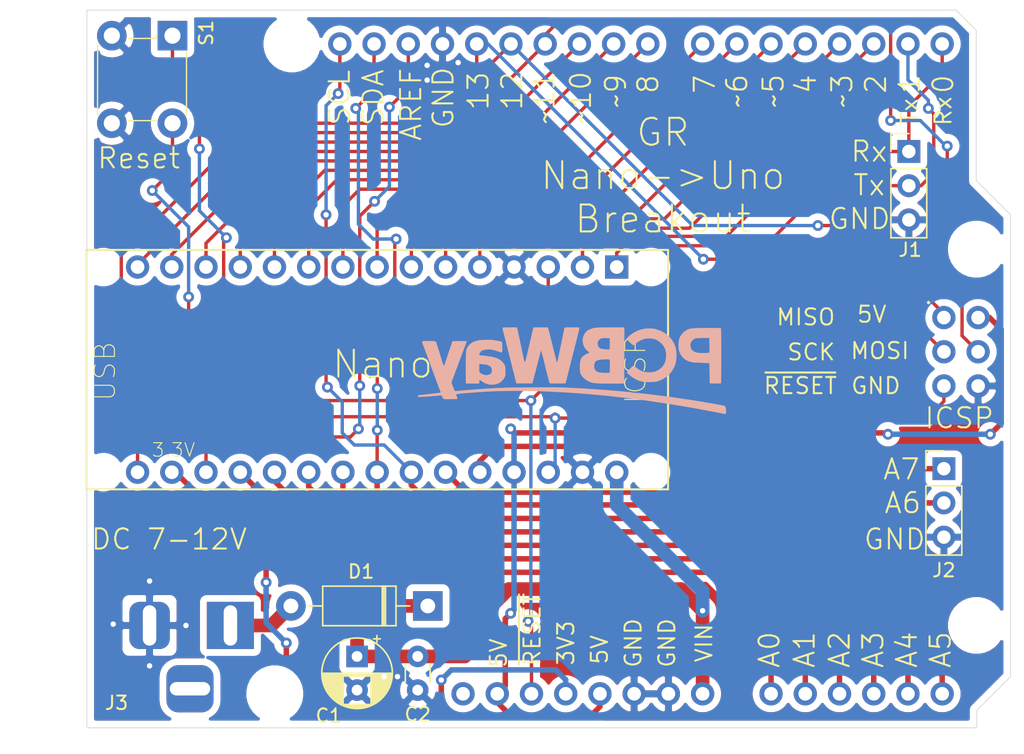
<source format=kicad_pcb>
(kicad_pcb (version 20171130) (host pcbnew "(5.1.2-1)-1")
  (layers (0 F.Cu signal) (31 B.Cu signal) (34 B.Paste user hide) (35 F.Paste user hide) (36 B.SilkS user) (37 F.SilkS user) (38 B.Mask user) (39 F.Mask user) (44 Edge.Cuts user))
  (net 0 "")
  (net 1 GNDREF)
  (net 2 "Net-(C1-Pad1)")
  (net 3 "Net-(D1-Pad2)")
  (net 4 "Net-(J3-Pad3)")
  (net 5 "Net-(M1-PadRST2)")
  (net 6 "Net-(M1-PadD11)")
  (net 7 "Net-(M1-PadD13)")
  (net 8 +5V)
  (net 9 "Net-(M1-PadA0)")
  (net 10 "Net-(M1-Pad3V3)")
  (net 11 "Net-(M1-PadRST1)")
  (net 12 "Net-(J1-Pad1)")
  (net 13 "Net-(J1-Pad2)")
  (net 14 "Net-(M1-PadD2)")
  (net 15 "Net-(M1-PadD3)")
  (net 16 "Net-(M1-PadD4)")
  (net 17 "Net-(M1-PadD5)")
  (net 18 "Net-(M1-PadD6)")
  (net 19 "Net-(M1-PadD7)")
  (net 20 "Net-(M1-PadD8)")
  (net 21 "Net-(M1-PadD9)")
  (net 22 "Net-(M1-PadD10)")
  (net 23 "Net-(M1-PadA5)")
  (net 24 "Net-(M1-PadA4)")
  (net 25 "Net-(M1-PadAREF)")
  (net 26 "Net-(M1-PadD12)")
  (net 27 "Net-(M1-PadA1)")
  (net 28 "Net-(M1-PadA2)")
  (net 29 "Net-(M1-PadA3)")
  (net 30 "Net-(J2-Pad1)")
  (net 31 "Net-(J2-Pad2)")
  (module Connector_BarrelJack:BarrelJack_Horizontal (layer F.Cu) (at 129.1 116.2)
    (fp_text reference J3 (at -8.45 5.75) (layer F.SilkS))
    (fp_text value PJ-102A)
    (pad 1 thru_hole rect (at 0 0) (size 3.5 3.5) (drill oval 1 3) (layers *.Cu *.Mask) (net 3 "Net-(D1-Pad2)"))
    (pad 2 thru_hole roundrect (at -6 0) (size 3 3.5) (drill oval 1 3) (layers *.Cu *.Mask) (net 1 GNDREF))
    (pad 3 thru_hole roundrect (at -3 4.7) (size 3.5 3.5) (drill oval 3 1) (layers *.Cu *.Mask) (net 4 "Net-(J3-Pad3)"))
  )
  (module Arduino:Arduino_Nano_Socket (layer F.Cu) (at 118.4 97.2 270)
    (fp_text reference M2 hide)
    (fp_text value Arduino_Nano_Socket)
    (fp_text user USB (at 0.127 -1.397 270) (layer F.SilkS) (effects (font (size 1.5 1.5) (thickness 0.075))))
    (fp_text user 3.3V (at 5.969 -6.477) (layer F.SilkS) (effects (font (thickness 0.075))))
    (fp_text user ICSP (at 0 -40.767 270) (layer F.SilkS) (effects (font (size 1.5 1.5) (thickness 0.075))))
    (pad VIN thru_hole circle (at 7.62 -39.37 270) (size 1.7272 1.7272) (drill 1.016) (layers *.Cu *.Mask) (net 2 "Net-(C1-Pad1)"))
    (pad GND2 thru_hole circle (at 7.62 -36.83 270) (size 1.7272 1.7272) (drill 1.016) (layers *.Cu *.Mask) (net 1 GNDREF))
    (pad RST2 thru_hole circle (at 7.62 -34.29 270) (size 1.7272 1.7272) (drill 1.016) (layers *.Cu *.Mask) (net 5 "Net-(M1-PadRST2)"))
    (pad 5V thru_hole circle (at 7.62 -31.75 270) (size 1.7272 1.7272) (drill 1.016) (layers *.Cu *.Mask) (net 8 +5V))
    (pad A7 thru_hole circle (at 7.62 -29.21 270) (size 1.7272 1.7272) (drill 1.016) (layers *.Cu *.Mask) (net 30 "Net-(J2-Pad1)"))
    (pad A6 thru_hole circle (at 7.62 -26.67 270) (size 1.7272 1.7272) (drill 1.016) (layers *.Cu *.Mask) (net 31 "Net-(J2-Pad2)"))
    (pad A5 thru_hole circle (at 7.62 -24.13 270) (size 1.7272 1.7272) (drill 1.016) (layers *.Cu *.Mask) (net 23 "Net-(M1-PadA5)"))
    (pad A4 thru_hole circle (at 7.62 -21.59 270) (size 1.7272 1.7272) (drill 1.016) (layers *.Cu *.Mask) (net 24 "Net-(M1-PadA4)"))
    (pad A3 thru_hole circle (at 7.62 -19.05 270) (size 1.7272 1.7272) (drill 1.016) (layers *.Cu *.Mask) (net 29 "Net-(M1-PadA3)"))
    (pad A2 thru_hole circle (at 7.62 -16.51 270) (size 1.7272 1.7272) (drill 1.016) (layers *.Cu *.Mask) (net 28 "Net-(M1-PadA2)"))
    (pad A1 thru_hole circle (at 7.62 -13.97 270) (size 1.7272 1.7272) (drill 1.016) (layers *.Cu *.Mask) (net 27 "Net-(M1-PadA1)"))
    (pad A0 thru_hole circle (at 7.62 -11.43 270) (size 1.7272 1.7272) (drill 1.016) (layers *.Cu *.Mask) (net 9 "Net-(M1-PadA0)"))
    (pad AREF thru_hole circle (at 7.62 -8.89 270) (size 1.7272 1.7272) (drill 1.016) (layers *.Cu *.Mask) (net 25 "Net-(M1-PadAREF)"))
    (pad 3V3 thru_hole circle (at 7.62 -6.35 270) (size 1.7272 1.7272) (drill 1.016) (layers *.Cu *.Mask) (net 10 "Net-(M1-Pad3V3)"))
    (pad D13 thru_hole circle (at 7.62 -3.81 270) (size 1.7272 1.7272) (drill 1.016) (layers *.Cu *.Mask) (net 7 "Net-(M1-PadD13)"))
    (pad D12 thru_hole circle (at -7.62 -3.81 270) (size 1.7272 1.7272) (drill 1.016) (layers *.Cu *.Mask) (net 26 "Net-(M1-PadD12)"))
    (pad D11 thru_hole circle (at -7.62 -6.35 270) (size 1.7272 1.7272) (drill 1.016) (layers *.Cu *.Mask) (net 6 "Net-(M1-PadD11)"))
    (pad D10 thru_hole circle (at -7.62 -8.89 270) (size 1.7272 1.7272) (drill 1.016) (layers *.Cu *.Mask) (net 22 "Net-(M1-PadD10)"))
    (pad D9 thru_hole circle (at -7.62 -11.43 270) (size 1.7272 1.7272) (drill 1.016) (layers *.Cu *.Mask) (net 21 "Net-(M1-PadD9)"))
    (pad D8 thru_hole circle (at -7.62 -13.97 270) (size 1.7272 1.7272) (drill 1.016) (layers *.Cu *.Mask) (net 20 "Net-(M1-PadD8)"))
    (pad D7 thru_hole circle (at -7.62 -16.51 270) (size 1.7272 1.7272) (drill 1.016) (layers *.Cu *.Mask) (net 19 "Net-(M1-PadD7)"))
    (pad D6 thru_hole circle (at -7.62 -19.05 270) (size 1.7272 1.7272) (drill 1.016) (layers *.Cu *.Mask) (net 18 "Net-(M1-PadD6)"))
    (pad D5 thru_hole circle (at -7.62 -21.59 270) (size 1.7272 1.7272) (drill 1.016) (layers *.Cu *.Mask) (net 17 "Net-(M1-PadD5)"))
    (pad D4 thru_hole circle (at -7.62 -24.13 270) (size 1.7272 1.7272) (drill 1.016) (layers *.Cu *.Mask) (net 16 "Net-(M1-PadD4)"))
    (pad D3 thru_hole circle (at -7.62 -26.67 270) (size 1.7272 1.7272) (drill 1.016) (layers *.Cu *.Mask) (net 15 "Net-(M1-PadD3)"))
    (pad D2 thru_hole circle (at -7.62 -29.21 270) (size 1.7272 1.7272) (drill 1.016) (layers *.Cu *.Mask) (net 14 "Net-(M1-PadD2)"))
    (pad GND1 thru_hole circle (at -7.62 -31.75 270) (size 1.7272 1.7272) (drill 1.016) (layers *.Cu *.Mask) (net 1 GNDREF))
    (pad RST1 thru_hole circle (at -7.62 -34.29 270) (size 1.7272 1.7272) (drill 1.016) (layers *.Cu *.Mask) (net 11 "Net-(M1-PadRST1)"))
    (pad D0 thru_hole circle (at -7.62 -36.83 270) (size 1.7272 1.7272) (drill 1.016) (layers *.Cu *.Mask) (net 12 "Net-(J1-Pad1)"))
    (pad D1 thru_hole rect (at -7.62 -39.37 270) (size 1.7272 1.7272) (drill 1.016) (layers *.Cu *.Mask) (net 13 "Net-(J1-Pad2)"))
    (pad "" np_thru_hole circle (at -7.62 -41.91 270) (size 1.85 1.85) (drill 1.85) (layers *.Cu *.Mask))
    (pad "" np_thru_hole circle (at 7.62 -41.91 270) (size 1.85 1.85) (drill 1.85) (layers *.Cu *.Mask))
    (pad "" np_thru_hole circle (at -7.62 -1.27 270) (size 1.85 1.85) (drill 1.85) (layers *.Cu *.Mask))
    (pad "" np_thru_hole circle (at 7.62 -1.27 270) (size 1.85 1.85) (drill 1.85) (layers *.Cu *.Mask))
  )
  (module "_Custom_Footprints:pcb way logo" (layer B.Cu) (at 154.45 97.95 180)
    (fp_text reference G*** hide)
    (fp_text value LOGO hide)
  )
  (module Arduino:Arduino_Uno_Shield (layer F.Cu) (at 118.425001 123.815001)
    (fp_text reference M1 hide)
    (fp_text value Arduino_Uno_Shield)
    (fp_text user . (at 62.484 -32.004) (layer F.SilkS))
    (pad RST2 thru_hole oval (at 63.627 -25.4) (size 1.7272 1.7272) (drill 1.016) (layers *.Cu *.Mask) (net 5 "Net-(M1-PadRST2)"))
    (pad GND4 thru_hole oval (at 66.167 -25.4) (size 1.7272 1.7272) (drill 1.016) (layers *.Cu *.Mask) (net 1 GNDREF))
    (pad MOSI thru_hole oval (at 66.167 -27.94) (size 1.7272 1.7272) (drill 1.016) (layers *.Cu *.Mask) (net 6 "Net-(M1-PadD11)"))
    (pad SCK thru_hole oval (at 63.627 -27.94) (size 1.7272 1.7272) (drill 1.016) (layers *.Cu *.Mask) (net 7 "Net-(M1-PadD13)"))
    (pad 5V2 thru_hole oval (at 66.167 -30.48) (size 1.7272 1.7272) (drill 1.016) (layers *.Cu *.Mask) (net 8 +5V))
    (pad A0 thru_hole oval (at 50.8 -2.54) (size 1.7272 1.7272) (drill 1.016) (layers *.Cu *.Mask) (net 9 "Net-(M1-PadA0)"))
    (pad VIN thru_hole oval (at 45.72 -2.54) (size 1.7272 1.7272) (drill 1.016) (layers *.Cu *.Mask) (net 2 "Net-(C1-Pad1)"))
    (pad GND3 thru_hole oval (at 43.18 -2.54) (size 1.7272 1.7272) (drill 1.016) (layers *.Cu *.Mask) (net 1 GNDREF))
    (pad GND2 thru_hole oval (at 40.64 -2.54) (size 1.7272 1.7272) (drill 1.016) (layers *.Cu *.Mask) (net 1 GNDREF))
    (pad 5V1 thru_hole oval (at 38.1 -2.54) (size 1.7272 1.7272) (drill 1.016) (layers *.Cu *.Mask) (net 8 +5V))
    (pad 3V3 thru_hole oval (at 35.56 -2.54) (size 1.7272 1.7272) (drill 1.016) (layers *.Cu *.Mask) (net 10 "Net-(M1-Pad3V3)"))
    (pad RST1 thru_hole oval (at 33.02 -2.54) (size 1.7272 1.7272) (drill 1.016) (layers *.Cu *.Mask) (net 11 "Net-(M1-PadRST1)"))
    (pad IORF thru_hole oval (at 30.48 -2.54) (size 1.7272 1.7272) (drill 1.016) (layers *.Cu *.Mask) (net 8 +5V))
    (pad D0 thru_hole oval (at 63.5 -50.8) (size 1.7272 1.7272) (drill 1.016) (layers *.Cu *.Mask) (net 12 "Net-(J1-Pad1)"))
    (pad D1 thru_hole oval (at 60.96 -50.8) (size 1.7272 1.7272) (drill 1.016) (layers *.Cu *.Mask) (net 13 "Net-(J1-Pad2)"))
    (pad D2 thru_hole oval (at 58.42 -50.8) (size 1.7272 1.7272) (drill 1.016) (layers *.Cu *.Mask) (net 14 "Net-(M1-PadD2)"))
    (pad D3 thru_hole oval (at 55.88 -50.8) (size 1.7272 1.7272) (drill 1.016) (layers *.Cu *.Mask) (net 15 "Net-(M1-PadD3)"))
    (pad D4 thru_hole oval (at 53.34 -50.8) (size 1.7272 1.7272) (drill 1.016) (layers *.Cu *.Mask) (net 16 "Net-(M1-PadD4)"))
    (pad D5 thru_hole oval (at 50.8 -50.8) (size 1.7272 1.7272) (drill 1.016) (layers *.Cu *.Mask) (net 17 "Net-(M1-PadD5)"))
    (pad D6 thru_hole oval (at 48.26 -50.8) (size 1.7272 1.7272) (drill 1.016) (layers *.Cu *.Mask) (net 18 "Net-(M1-PadD6)"))
    (pad D7 thru_hole oval (at 45.72 -50.8) (size 1.7272 1.7272) (drill 1.016) (layers *.Cu *.Mask) (net 19 "Net-(M1-PadD7)"))
    (pad GND1 thru_hole oval (at 26.416 -50.8) (size 1.7272 1.7272) (drill 1.016) (layers *.Cu *.Mask) (net 1 GNDREF))
    (pad D8 thru_hole oval (at 41.656 -50.8) (size 1.7272 1.7272) (drill 1.016) (layers *.Cu *.Mask) (net 20 "Net-(M1-PadD8)"))
    (pad D9 thru_hole oval (at 39.116 -50.8) (size 1.7272 1.7272) (drill 1.016) (layers *.Cu *.Mask) (net 21 "Net-(M1-PadD9)"))
    (pad D10 thru_hole oval (at 36.576 -50.8) (size 1.7272 1.7272) (drill 1.016) (layers *.Cu *.Mask) (net 22 "Net-(M1-PadD10)"))
    (pad "" np_thru_hole circle (at 66.04 -7.62) (size 3.2 3.2) (drill 3.2) (layers *.Cu *.Mask))
    (pad "" np_thru_hole circle (at 66.04 -35.56) (size 3.2 3.2) (drill 3.2) (layers *.Cu *.Mask))
    (pad "" np_thru_hole circle (at 15.24 -50.8) (size 3.2 3.2) (drill 3.2) (layers *.Cu *.Mask))
    (pad "" np_thru_hole circle (at 13.97 -2.54) (size 3.2 3.2) (drill 3.2) (layers *.Cu *.Mask))
    (pad SCL thru_hole oval (at 18.796 -50.8) (size 1.7272 1.7272) (drill 1.016) (layers *.Cu *.Mask) (net 23 "Net-(M1-PadA5)"))
    (pad SDA thru_hole oval (at 21.336 -50.8) (size 1.7272 1.7272) (drill 1.016) (layers *.Cu *.Mask) (net 24 "Net-(M1-PadA4)"))
    (pad AREF thru_hole oval (at 23.876 -50.8) (size 1.7272 1.7272) (drill 1.016) (layers *.Cu *.Mask) (net 25 "Net-(M1-PadAREF)"))
    (pad D13 thru_hole oval (at 28.956 -50.8) (size 1.7272 1.7272) (drill 1.016) (layers *.Cu *.Mask) (net 7 "Net-(M1-PadD13)"))
    (pad D12 thru_hole oval (at 31.496 -50.8) (size 1.7272 1.7272) (drill 1.016) (layers *.Cu *.Mask) (net 26 "Net-(M1-PadD12)"))
    (pad D11 thru_hole oval (at 34.036 -50.8) (size 1.7272 1.7272) (drill 1.016) (layers *.Cu *.Mask) (net 6 "Net-(M1-PadD11)"))
    (pad "" thru_hole oval (at 27.94 -2.54) (size 1.7272 1.7272) (drill 1.016) (layers *.Cu *.Mask))
    (pad A1 thru_hole oval (at 53.34 -2.54) (size 1.7272 1.7272) (drill 1.016) (layers *.Cu *.Mask) (net 27 "Net-(M1-PadA1)"))
    (pad A2 thru_hole oval (at 55.88 -2.54) (size 1.7272 1.7272) (drill 1.016) (layers *.Cu *.Mask) (net 28 "Net-(M1-PadA2)"))
    (pad A3 thru_hole oval (at 58.42 -2.54) (size 1.7272 1.7272) (drill 1.016) (layers *.Cu *.Mask) (net 29 "Net-(M1-PadA3)"))
    (pad A4 thru_hole oval (at 60.96 -2.54) (size 1.7272 1.7272) (drill 1.016) (layers *.Cu *.Mask) (net 24 "Net-(M1-PadA4)"))
    (pad A5 thru_hole oval (at 63.5 -2.54) (size 1.7272 1.7272) (drill 1.016) (layers *.Cu *.Mask) (net 23 "Net-(M1-PadA5)"))
    (pad MISO thru_hole oval (at 63.627 -30.48) (size 1.7272 1.7272) (drill 1.016) (layers *.Cu *.Mask) (net 26 "Net-(M1-PadD12)"))
  )
  (module Capacitor_THT:CP_Radial_D5.0mm_P2.50mm (layer F.Cu) (at 138.5 118.5 270)
    (fp_text reference C1 (at 4.4 2.1 180) (layer F.SilkS))
    (fp_text value 4.7uF)
    (pad 1 thru_hole rect (at 0 0 270) (size 1.6 1.6) (drill 0.8) (layers *.Cu *.Mask) (net 2 "Net-(C1-Pad1)"))
    (pad 2 thru_hole circle (at 2.5 0 270) (size 1.6 1.6) (drill 0.8) (layers *.Cu *.Mask) (net 1 GNDREF))
  )
  (module Capacitor_THT:C_Disc_D3.0mm_W1.6mm_P2.50mm (layer F.Cu) (at 143 118.5 270)
    (fp_text reference C2 (at 4.3 0 180) (layer F.SilkS))
    (fp_text value 100nF)
    (pad 1 thru_hole circle (at 0 0 270) (size 1.6 1.6) (drill 0.8) (layers *.Cu *.Mask) (net 2 "Net-(C1-Pad1)"))
    (pad 2 thru_hole circle (at 2.5 0 270) (size 1.6 1.6) (drill 0.8) (layers *.Cu *.Mask) (net 1 GNDREF))
  )
  (module Diode_THT:D_DO-41_SOD81_P10.16mm_Horizontal (layer F.Cu) (at 143.75 114.75 180)
    (fp_text reference D1 (at 4.95 2.55) (layer F.SilkS))
    (fp_text value 1N5819)
    (pad 1 thru_hole rect (at 0 0 180) (size 2.2 2.2) (drill 1.1) (layers *.Cu *.Mask) (net 2 "Net-(C1-Pad1)"))
    (pad 2 thru_hole oval (at 10.16 0 180) (size 2.2 2.2) (drill 1.1) (layers *.Cu *.Mask) (net 3 "Net-(D1-Pad2)"))
  )
  (module digikey-footprints:Switch_Tactile_THT_6x6mm (layer F.Cu) (at 124.8 72.4 270)
    (fp_text reference S1 (at -0.2 -2.5 90) (layer F.SilkS))
    (fp_text value 1825910-6)
    (pad 1 thru_hole rect (at 0 0 270) (size 2.2 2.2) (drill 1.2) (layers *.Cu *.Mask) (net 11 "Net-(M1-PadRST1)"))
    (pad 2 thru_hole circle (at 6.5 0 270) (size 2.2 2.2) (drill 1.2) (layers *.Cu *.Mask) (net 5 "Net-(M1-PadRST2)"))
    (pad 4 thru_hole circle (at 6.5 4.5 270) (size 2.2 2.2) (drill 1.2) (layers *.Cu *.Mask) (net 1 GNDREF))
    (pad 3 thru_hole circle (at 0 4.5 270) (size 2.2 2.2) (drill 1.2) (layers *.Cu *.Mask) (net 1 GNDREF))
  )
  (module Connector_PinHeader_2.54mm:PinHeader_1x03_P2.54mm_Vertical (layer F.Cu) (at 179.45 81)
    (fp_text reference J1 (at 0.1 7.3) (layer F.SilkS))
    (fp_text value UART)
    (pad 1 thru_hole rect (at 0 0) (size 1.7 1.7) (drill 1) (layers *.Cu *.Mask) (net 12 "Net-(J1-Pad1)"))
    (pad 2 thru_hole oval (at 0 2.54) (size 1.7 1.7) (drill 1) (layers *.Cu *.Mask) (net 13 "Net-(J1-Pad2)"))
    (pad 3 thru_hole oval (at 0 5.08) (size 1.7 1.7) (drill 1) (layers *.Cu *.Mask) (net 1 GNDREF))
  )
  (module Connector_PinHeader_2.54mm:PinHeader_1x03_P2.54mm_Vertical (layer F.Cu) (at 182.05 104.56)
    (fp_text reference J2 (at 0 7.54) (layer F.SilkS))
    (fp_text value Analog)
    (pad 3 thru_hole oval (at 0 5.08) (size 1.7 1.7) (drill 1) (layers *.Cu *.Mask) (net 1 GNDREF))
    (pad 2 thru_hole oval (at 0 2.54) (size 1.7 1.7) (drill 1) (layers *.Cu *.Mask) (net 31 "Net-(J2-Pad2)"))
    (pad 1 thru_hole rect (at 0 0) (size 1.7 1.7) (drill 1) (layers *.Cu *.Mask) (net 30 "Net-(J2-Pad1)"))
  )
  (gr_text 5V (at 149 118.25 90) (layer F.SilkS) (effects (font (size 1.2 1.2))))
  (gr_text ~RESET (at 151.5 116.5 90) (layer F.SilkS) (effects (font (size 1.2 1.2))))
  (gr_text 3V3 (at 154 117.5 90) (layer F.SilkS) (effects (font (size 1.2 1.2))))
  (gr_text VIN (at 164.25 117.5 90) (layer F.SilkS) (effects (font (size 1.2 1.2))))
  (gr_text GND (at 159 117.5 90) (layer F.SilkS) (effects (font (size 1.2 1.2))))
  (gr_text GND (at 161.5 117.5 90) (layer F.SilkS) (effects (font (size 1.2 1.2))))
  (gr_text 5V (at 156.5 118 90) (layer F.SilkS) (effects (font (size 1.2 1.2))))
  (gr_text ICSP (at 183.2 100.8) (layer F.SilkS) (effects (font (size 1.5 1.5))))
  (gr_text 5V (at 176.7 93.1) (layer F.SilkS) (effects (font (size 1.2 1.2))))
  (gr_text MOSI (at 177.3 95.8) (layer F.SilkS) (effects (font (size 1.2 1.2))))
  (gr_text GND (at 177 98.4) (layer F.SilkS) (effects (font (size 1.2 1.2))))
  (gr_text ~RESET (at 171.4 98.4) (layer F.SilkS) (effects (font (size 1.2 1.2))))
  (gr_text SCK (at 172.2 95.9) (layer F.SilkS) (effects (font (size 1.2 1.2))))
  (gr_text MISO (at 171.8 93.3) (layer F.SilkS) (effects (font (size 1.2 1.2))))
  (gr_text Rx (at 176.5 81) (layer F.SilkS) (effects (font (size 1.5 1.5))))
  (gr_text Tx (at 176.5 83.5) (layer F.SilkS) (effects (font (size 1.5 1.5))))
  (gr_text GND (at 175.8 86) (layer F.SilkS) (effects (font (size 1.5 1.5))))
  (gr_text GND (at 178.4 109.8) (layer F.SilkS) (effects (font (size 1.5 1.5))))
  (gr_text A7 (at 178.9 104.6) (layer F.SilkS) (effects (font (size 1.5 1.5))))
  (gr_text A6 (at 179 107.1) (layer F.SilkS) (effects (font (size 1.5 1.5))))
  (gr_text A5 (at 181.8 118 90) (layer F.SilkS) (effects (font (size 1.5 1.5))))
  (gr_text A4 (at 179.3 118 90) (layer F.SilkS) (effects (font (size 1.5 1.5))))
  (gr_text A3 (at 176.8 118 90) (layer F.SilkS) (effects (font (size 1.5 1.5))))
  (gr_text A2 (at 174.3 118 90) (layer F.SilkS) (effects (font (size 1.5 1.5))))
  (gr_text A1 (at 171.7 118 90) (layer F.SilkS) (effects (font (size 1.5 1.5))))
  (gr_text A0 (at 169.1 118 90) (layer F.SilkS) (effects (font (size 1.5 1.5))))
  (gr_text SCL (at 137.2 77 90) (layer F.SilkS) (effects (font (size 1.5 1.5))))
  (gr_text SDA (at 139.7 77 90) (layer F.SilkS) (effects (font (size 1.5 1.5))))
  (gr_text AREF (at 142.5 77.5 90) (layer F.SilkS) (effects (font (size 1.5 1.5))))
  (gr_text "GND\n" (at 144.9 77 90) (layer F.SilkS) (effects (font (size 1.5 1.5))))
  (gr_text 13 (at 147.5 76.5 90) (layer F.SilkS) (effects (font (size 1.5 1.5))))
  (gr_text 12 (at 150 76.5 90) (layer F.SilkS) (effects (font (size 1.5 1.5))))
  (gr_text ~~11 (at 152.4 77 90) (layer F.SilkS) (effects (font (size 1.5 1.5))))
  (gr_text ~~10 (at 155.1 77 90) (layer F.SilkS) (effects (font (size 1.5 1.5))))
  (gr_text "~~9\n" (at 157.7 76.5 90) (layer F.SilkS) (effects (font (size 1.5 1.5))))
  (gr_text 8 (at 160.1 76 90) (layer F.SilkS) (effects (font (size 1.5 1.5))))
  (gr_text 7 (at 164.3 76 90) (layer F.SilkS) (effects (font (size 1.5 1.5))))
  (gr_text ~~6 (at 166.7 76.5 90) (layer F.SilkS) (effects (font (size 1.5 1.5))))
  (gr_text ~~5 (at 169.4 76.5 90) (layer F.SilkS) (effects (font (size 1.5 1.5))))
  (gr_text 4 (at 171.8 76 90) (layer F.SilkS) (effects (font (size 1.5 1.5))))
  (gr_text ~~3 (at 174.5 76.5 90) (layer F.SilkS) (effects (font (size 1.5 1.5))))
  (gr_text 2 (at 177 76 90) (layer F.SilkS) (effects (font (size 1.5 1.5))))
  (gr_text Tx (at 179.5 78 90) (layer F.SilkS) (effects (font (size 1.2 1.2))))
  (gr_text Rx (at 182 78 90) (layer F.SilkS) (effects (font (size 1.2 1.2))))
  (gr_text 1 (at 179.5 76 90) (layer F.SilkS) (effects (font (size 1.5 1.5))))
  (gr_text 0 (at 182 76 90) (layer F.SilkS) (effects (font (size 1.5 1.5))))
  (gr_text "DC 7-12V" (at 124.55 109.8) (layer F.SilkS) (effects (font (size 1.5 1.5))))
  (gr_text Reset (at 122.3 81.5) (layer F.SilkS) (effects (font (size 1.5 1.5))))
  (gr_line (start 118.45 123.8) (end 118.45 70.5) (layer Edge.Cuts) (width 0.05))
  (gr_line (start 184.5 123.8) (end 118.45 123.8) (layer Edge.Cuts) (width 0.05))
  (gr_line (start 184.5 122.5) (end 184.5 123.8) (layer Edge.Cuts) (width 0.05))
  (gr_line (start 187 120) (end 184.5 122.5) (layer Edge.Cuts) (width 0.05))
  (gr_line (start 187 85.7) (end 187 120) (layer Edge.Cuts) (width 0.05))
  (gr_line (start 184.45 83.15) (end 187 85.7) (layer Edge.Cuts) (width 0.05))
  (gr_line (start 184.45 72) (end 184.45 83.15) (layer Edge.Cuts) (width 0.05))
  (gr_line (start 182.95 70.5) (end 184.45 72) (layer Edge.Cuts) (width 0.05))
  (gr_line (start 118.45 70.5) (end 182.95 70.5) (layer Edge.Cuts) (width 0.05))
  (gr_text "GR\nNano->Uno\nBreakout" (at 161.2 82.8) (layer F.SilkS) (effects (font (size 2 2))))
  (gr_text Nano (at 140.4 96.8) (layer F.SilkS) (effects (font (size 2 2))))
  (via (at 123.1 112.9) (size 0.8) (drill 0.4) (layers F.Cu B.Cu) (net 1))
  (via (at 120.4 116.1) (size 0.8) (drill 0.4) (layers F.Cu B.Cu) (net 1))
  (via (at 123.1 119.2) (size 0.8) (drill 0.4) (layers F.Cu B.Cu) (net 1))
  (via (at 125.8 116.2) (size 0.8) (drill 0.4) (layers F.Cu B.Cu) (net 1))
  (via (at 140.5 120) (size 0.8) (drill 0.4) (layers F.Cu B.Cu) (net 1))
  (via (at 141.5 120) (size 0.8) (drill 0.4) (layers F.Cu B.Cu) (net 1))
  (via (at 143.7 74.6) (size 0.8) (drill 0.4) (layers F.Cu B.Cu) (net 1))
  (via (at 143.7 75.7) (size 0.8) (drill 0.4) (layers F.Cu B.Cu) (net 1))
  (via (at 146 74.4) (size 0.8) (drill 0.4) (layers F.Cu B.Cu) (net 1))
  (segment (start 164.145001 115.104999) (end 164.145001 121.275001) (width 1.016) (layer F.Cu) (net 2))
  (segment (start 157.77 107.27) (end 157.77 104.82) (width 1.016) (layer B.Cu) (net 2))
  (segment (start 164.145001 113.645001) (end 157.77 107.27) (width 1.016) (layer B.Cu) (net 2))
  (segment (start 164.145001 115.104999) (end 164.145001 113.645001) (width 1.016) (layer B.Cu) (net 2))
  (via (at 164.145001 115.104999) (size 0.8) (drill 0.4) (layers F.Cu B.Cu) (net 2))
  (segment (start 143.75 114.75) (end 139.5 114.75) (width 1.016) (layer F.Cu) (net 2))
  (segment (start 138.5 115.75) (end 138.5 118.5) (width 1.016) (layer F.Cu) (net 2))
  (segment (start 139.5 114.75) (end 138.5 115.75) (width 1.016) (layer F.Cu) (net 2))
  (segment (start 138.5 118.5) (end 143 118.5) (width 1.016) (layer F.Cu) (net 2))
  (segment (start 162.540002 113.5) (end 164.145001 115.104999) (width 1.016) (layer F.Cu) (net 2))
  (segment (start 149.75 113.5) (end 162.540002 113.5) (width 1.016) (layer F.Cu) (net 2))
  (segment (start 147.5 115.75) (end 149.75 113.5) (width 1.016) (layer F.Cu) (net 2))
  (segment (start 147.5 117.5) (end 147.5 115.75) (width 1.016) (layer F.Cu) (net 2))
  (segment (start 146.5 118.5) (end 147.5 117.5) (width 1.016) (layer F.Cu) (net 2))
  (segment (start 143 118.5) (end 146.5 118.5) (width 1.016) (layer F.Cu) (net 2))
  (segment (start 132.14 116.2) (end 133.59 114.75) (width 1.016) (layer F.Cu) (net 3))
  (segment (start 129.1 116.2) (end 132.14 116.2) (width 1.016) (layer F.Cu) (net 3))
  (segment (start 182.052001 98.415001) (end 182.052001 99.547999) (width 0.25) (layer F.Cu) (net 5))
  (segment (start 182.052001 99.547999) (end 180.8 100.8) (width 0.25) (layer F.Cu) (net 5))
  (via (at 153.2 100.8) (size 0.8) (drill 0.4) (layers F.Cu B.Cu) (net 5))
  (segment (start 180.8 100.8) (end 153.2 100.8) (width 0.25) (layer F.Cu) (net 5))
  (segment (start 153.2 104.31) (end 152.69 104.82) (width 0.25) (layer B.Cu) (net 5))
  (segment (start 153.2 100.8) (end 153.2 104.31) (width 0.25) (layer B.Cu) (net 5))
  (via (at 126 91.8) (size 0.8) (drill 0.4) (layers F.Cu B.Cu) (net 5))
  (segment (start 126 91.8) (end 126 86.6) (width 0.25) (layer B.Cu) (net 5))
  (via (at 123.3 83.9) (size 0.8) (drill 0.4) (layers F.Cu B.Cu) (net 5))
  (segment (start 126 86.6) (end 123.3 83.9) (width 0.25) (layer B.Cu) (net 5))
  (segment (start 124.8 82.4) (end 124.8 78.9) (width 0.25) (layer F.Cu) (net 5))
  (segment (start 123.3 83.9) (end 124.8 82.4) (width 0.25) (layer F.Cu) (net 5))
  (segment (start 126 97.4) (end 126 91.8) (width 0.25) (layer F.Cu) (net 5))
  (segment (start 129.3 100.7) (end 126 97.4) (width 0.25) (layer F.Cu) (net 5))
  (segment (start 153 100.7) (end 129.3 100.7) (width 0.25) (layer F.Cu) (net 5))
  (segment (start 153.2 100.5) (end 153 100.7) (width 0.25) (layer F.Cu) (net 5))
  (segment (start 153.2 100.8) (end 153.2 100.5) (width 0.25) (layer F.Cu) (net 5))
  (segment (start 145.176002 80.3) (end 152.461001 73.015001) (width 0.25) (layer F.Cu) (net 6))
  (segment (start 133.1 80.3) (end 145.176002 80.3) (width 0.25) (layer F.Cu) (net 6))
  (segment (start 124.75 88.65) (end 133.1 80.3) (width 0.25) (layer F.Cu) (net 6))
  (segment (start 124.75 89.58) (end 124.75 88.65) (width 0.25) (layer F.Cu) (net 6))
  (segment (start 152.461001 73.015001) (end 152.461001 72.338999) (width 0.25) (layer F.Cu) (net 6))
  (segment (start 152.461001 72.338999) (end 153.5 71.3) (width 0.25) (layer F.Cu) (net 6))
  (segment (start 153.5 71.3) (end 177.5 71.3) (width 0.25) (layer F.Cu) (net 6))
  (segment (start 177.5 71.3) (end 178.1 71.9) (width 0.25) (layer F.Cu) (net 6))
  (via (at 178.1 78.7) (size 0.8) (drill 0.4) (layers F.Cu B.Cu) (net 6))
  (segment (start 178.1 71.9) (end 178.1 78.7) (width 0.25) (layer F.Cu) (net 6))
  (segment (start 178.1 78.7) (end 180.3 78.7) (width 0.25) (layer B.Cu) (net 6))
  (via (at 182.3 80.6) (size 0.8) (drill 0.4) (layers F.Cu B.Cu) (net 6))
  (segment (start 182.2 80.6) (end 182.3 80.6) (width 0.25) (layer B.Cu) (net 6))
  (segment (start 180.3 78.7) (end 182.2 80.6) (width 0.25) (layer B.Cu) (net 6))
  (segment (start 182.3 80.6) (end 182.3 86.5) (width 0.25) (layer F.Cu) (net 6))
  (segment (start 182.3 86.5) (end 181.8 87) (width 0.25) (layer F.Cu) (net 6))
  (segment (start 181.8 87) (end 181.8 90.2) (width 0.25) (layer F.Cu) (net 6))
  (segment (start 181.8 90.2) (end 183.4 91.8) (width 0.25) (layer F.Cu) (net 6))
  (segment (start 183.4 94.683) (end 184.592001 95.875001) (width 0.25) (layer F.Cu) (net 6))
  (segment (start 183.4 91.8) (end 183.4 94.683) (width 0.25) (layer F.Cu) (net 6))
  (segment (start 147.381001 74.418999) (end 147.381001 73.015001) (width 0.25) (layer F.Cu) (net 7))
  (segment (start 142.9 78.9) (end 147.381001 74.418999) (width 0.25) (layer F.Cu) (net 7))
  (segment (start 121 88.7) (end 130.8 78.9) (width 0.25) (layer F.Cu) (net 7))
  (segment (start 121 91.2) (end 121 88.7) (width 0.25) (layer F.Cu) (net 7))
  (segment (start 122.21 104.82) (end 122.21 92.41) (width 0.25) (layer F.Cu) (net 7))
  (segment (start 122.21 92.41) (end 121 91.2) (width 0.25) (layer F.Cu) (net 7))
  (segment (start 130.8 78.9) (end 142.9 78.9) (width 0.25) (layer F.Cu) (net 7))
  (segment (start 147.381001 73.015001) (end 148.215001 73.015001) (width 0.25) (layer B.Cu) (net 7))
  (segment (start 148.215001 73.015001) (end 164.2 89) (width 0.25) (layer B.Cu) (net 7))
  (via (at 164.2 89) (size 0.8) (drill 0.4) (layers F.Cu B.Cu) (net 7))
  (segment (start 182.052001 95.875001) (end 175.177 89) (width 0.25) (layer F.Cu) (net 7))
  (segment (start 175.177 89) (end 164.2 89) (width 0.25) (layer F.Cu) (net 7))
  (segment (start 156.525001 121.275001) (end 156.525001 122.224999) (width 0.4064) (layer F.Cu) (net 8))
  (segment (start 156.525001 122.224999) (end 155.75 123) (width 0.4064) (layer F.Cu) (net 8))
  (segment (start 155.75 123) (end 150 123) (width 0.4064) (layer F.Cu) (net 8))
  (segment (start 148.905001 121.905001) (end 148.905001 121.275001) (width 0.4064) (layer F.Cu) (net 8))
  (segment (start 150 123) (end 148.905001 121.905001) (width 0.4064) (layer F.Cu) (net 8))
  (segment (start 150.15 104.82) (end 150.15 101.85) (width 0.4064) (layer B.Cu) (net 8))
  (via (at 149.9 101.6) (size 0.8) (drill 0.4) (layers F.Cu B.Cu) (net 8))
  (segment (start 150.15 101.85) (end 149.9 101.6) (width 0.4064) (layer B.Cu) (net 8))
  (segment (start 149.9 101.6) (end 150.2 101.9) (width 0.4064) (layer F.Cu) (net 8))
  (via (at 177.9 102) (size 0.8) (drill 0.4) (layers F.Cu B.Cu) (net 8))
  (segment (start 177.8 101.9) (end 177.9 102) (width 0.4064) (layer F.Cu) (net 8))
  (segment (start 150.2 101.9) (end 177.8 101.9) (width 0.4064) (layer F.Cu) (net 8))
  (segment (start 177.9 102) (end 185.5 102) (width 0.4064) (layer B.Cu) (net 8))
  (via (at 185.5 102) (size 0.8) (drill 0.4) (layers F.Cu B.Cu) (net 8))
  (segment (start 184.592001 93.335001) (end 185.435001 93.335001) (width 0.4064) (layer F.Cu) (net 8))
  (segment (start 185.435001 93.335001) (end 186.3 94.2) (width 0.4064) (layer F.Cu) (net 8))
  (segment (start 186.3 101.2) (end 185.5 102) (width 0.4064) (layer F.Cu) (net 8))
  (segment (start 186.3 94.2) (end 186.3 101.2) (width 0.4064) (layer F.Cu) (net 8))
  (segment (start 150.15 115.05) (end 150.15 104.82) (width 0.4064) (layer B.Cu) (net 8))
  (segment (start 149.9 115.3) (end 150.15 115.05) (width 0.4064) (layer B.Cu) (net 8))
  (segment (start 149.5 120.680002) (end 148.905001 121.275001) (width 0.4064) (layer F.Cu) (net 8))
  (segment (start 149.5 115.7) (end 149.5 120.680002) (width 0.4064) (layer F.Cu) (net 8))
  (segment (start 149.9 115.3) (end 149.5 115.7) (width 0.4064) (layer F.Cu) (net 8))
  (via (at 149.9 115.3) (size 0.8) (drill 0.4) (layers F.Cu B.Cu) (net 8))
  (segment (start 169.225001 116.725001) (end 169.225001 121.275001) (width 0.4064) (layer F.Cu) (net 9))
  (segment (start 164.75 112.25) (end 169.225001 116.725001) (width 0.4064) (layer F.Cu) (net 9))
  (segment (start 137.25 112.25) (end 164.75 112.25) (width 0.4064) (layer F.Cu) (net 9))
  (segment (start 129.83 104.83) (end 137.25 112.25) (width 0.4064) (layer F.Cu) (net 9))
  (segment (start 129.83 104.82) (end 129.83 104.83) (width 0.4064) (layer F.Cu) (net 9))
  (via (at 133.25 117.5) (size 0.8) (drill 0.4) (layers F.Cu B.Cu) (net 10))
  (segment (start 131.75 116) (end 131.75 113) (width 0.4064) (layer B.Cu) (net 10))
  (segment (start 133.25 117.5) (end 131.75 116) (width 0.4064) (layer B.Cu) (net 10))
  (via (at 144.75 120.25) (size 0.8) (drill 0.4) (layers F.Cu B.Cu) (net 10))
  (segment (start 133.25 118.5) (end 133.25 117.5) (width 0.4064) (layer F.Cu) (net 10))
  (segment (start 137.5 122.75) (end 133.25 118.5) (width 0.4064) (layer F.Cu) (net 10))
  (segment (start 144 122.75) (end 137.5 122.75) (width 0.4064) (layer F.Cu) (net 10))
  (segment (start 144.75 122) (end 144 122.75) (width 0.4064) (layer F.Cu) (net 10))
  (segment (start 144.75 120.25) (end 144.75 122) (width 0.4064) (layer F.Cu) (net 10))
  (segment (start 153.985001 120.235001) (end 153.985001 121.275001) (width 0.4064) (layer B.Cu) (net 10))
  (segment (start 153.25 119.5) (end 153.985001 120.235001) (width 0.4064) (layer B.Cu) (net 10))
  (segment (start 145.5 119.5) (end 153.25 119.5) (width 0.4064) (layer B.Cu) (net 10))
  (segment (start 144.75 120.25) (end 145.5 119.5) (width 0.4064) (layer B.Cu) (net 10))
  (via (at 131.75 113) (size 0.8) (drill 0.4) (layers F.Cu B.Cu) (net 10))
  (segment (start 125.02 104.82) (end 131.75 111.55) (width 0.4064) (layer F.Cu) (net 10))
  (segment (start 131.75 111.55) (end 131.75 113) (width 0.4064) (layer F.Cu) (net 10))
  (segment (start 124.75 104.82) (end 125.02 104.82) (width 0.4064) (layer F.Cu) (net 10))
  (segment (start 124.8 72.4) (end 124.8 75.1) (width 0.25) (layer F.Cu) (net 11))
  (segment (start 124.8 75.1) (end 126.8 77.1) (width 0.25) (layer F.Cu) (net 11))
  (via (at 126.8 80.8) (size 0.8) (drill 0.4) (layers F.Cu B.Cu) (net 11))
  (segment (start 126.8 77.1) (end 126.8 80.8) (width 0.25) (layer F.Cu) (net 11))
  (via (at 128.8 87.4) (size 0.8) (drill 0.4) (layers F.Cu B.Cu) (net 11))
  (segment (start 126.8 85.4) (end 128.8 87.4) (width 0.25) (layer B.Cu) (net 11))
  (segment (start 126.8 80.8) (end 126.8 85.4) (width 0.25) (layer B.Cu) (net 11))
  (segment (start 152.69 91.51) (end 152.69 89.58) (width 0.25) (layer F.Cu) (net 11))
  (segment (start 152.69 98.21) (end 152.69 91.51) (width 0.25) (layer F.Cu) (net 11))
  (segment (start 151.4 99.5) (end 152.69 98.21) (width 0.25) (layer F.Cu) (net 11))
  (via (at 151.4 99.5) (size 0.8) (drill 0.4) (layers F.Cu B.Cu) (net 11))
  (segment (start 128.6 87.6) (end 128.8 87.4) (width 0.25) (layer F.Cu) (net 11))
  (segment (start 128.6 98) (end 128.6 87.6) (width 0.25) (layer F.Cu) (net 11))
  (segment (start 130.1 99.5) (end 128.6 98) (width 0.25) (layer F.Cu) (net 11))
  (segment (start 151.4 99.5) (end 130.1 99.5) (width 0.25) (layer F.Cu) (net 11))
  (via (at 151.2 115.9) (size 0.8) (drill 0.4) (layers F.Cu B.Cu) (net 11))
  (segment (start 151.445001 116.145001) (end 151.445001 121.275001) (width 0.25) (layer F.Cu) (net 11))
  (segment (start 151.2 115.9) (end 151.445001 116.145001) (width 0.25) (layer F.Cu) (net 11))
  (segment (start 151.4 106.2) (end 151.4 99.5) (width 0.25) (layer B.Cu) (net 11))
  (segment (start 151.4 115.7) (end 151.4 106.2) (width 0.25) (layer B.Cu) (net 11))
  (segment (start 151.2 115.9) (end 151.4 115.7) (width 0.25) (layer B.Cu) (net 11))
  (segment (start 155.23 89.58) (end 155.23 88.37) (width 0.25) (layer F.Cu) (net 12))
  (segment (start 155.23 88.37) (end 156.3 87.3) (width 0.25) (layer F.Cu) (net 12))
  (segment (start 156.3 87.3) (end 165.9 87.3) (width 0.25) (layer F.Cu) (net 12))
  (segment (start 172.2 81) (end 179.45 81) (width 0.25) (layer F.Cu) (net 12))
  (segment (start 165.9 87.3) (end 172.2 81) (width 0.25) (layer F.Cu) (net 12))
  (segment (start 179.45 81) (end 179.45 77.65) (width 0.25) (layer F.Cu) (net 12))
  (segment (start 181.925001 75.174999) (end 181.925001 73.015001) (width 0.25) (layer F.Cu) (net 12))
  (segment (start 179.45 77.65) (end 181.925001 75.174999) (width 0.25) (layer F.Cu) (net 12))
  (segment (start 157.77 89.58) (end 157.77 88.53) (width 0.25) (layer F.Cu) (net 13))
  (segment (start 157.77 88.53) (end 158.3 88) (width 0.25) (layer F.Cu) (net 13))
  (segment (start 158.3 88) (end 168.8 88) (width 0.25) (layer F.Cu) (net 13))
  (segment (start 173.26 83.54) (end 179.45 83.54) (width 0.25) (layer F.Cu) (net 13))
  (segment (start 168.8 88) (end 173.26 83.54) (width 0.25) (layer F.Cu) (net 13))
  (segment (start 179.385001 73.015001) (end 179.385001 75.685001) (width 0.25) (layer B.Cu) (net 13))
  (via (at 180.9 77.8) (size 0.8) (drill 0.4) (layers F.Cu B.Cu) (net 13))
  (segment (start 180.9 77.2) (end 180.9 77.8) (width 0.25) (layer B.Cu) (net 13))
  (segment (start 179.385001 75.685001) (end 180.9 77.2) (width 0.25) (layer B.Cu) (net 13))
  (segment (start 180.36 83.54) (end 179.45 83.54) (width 0.25) (layer F.Cu) (net 13))
  (segment (start 181.3 82.6) (end 180.36 83.54) (width 0.25) (layer F.Cu) (net 13))
  (segment (start 181.3 78.2) (end 181.3 82.6) (width 0.25) (layer F.Cu) (net 13))
  (segment (start 180.9 77.8) (end 181.3 78.2) (width 0.25) (layer F.Cu) (net 13))
  (segment (start 163.160002 86.7) (end 176.845001 73.015001) (width 0.25) (layer F.Cu) (net 14))
  (segment (start 149 86.7) (end 163.160002 86.7) (width 0.25) (layer F.Cu) (net 14))
  (segment (start 147.61 88.09) (end 149 86.7) (width 0.25) (layer F.Cu) (net 14))
  (segment (start 147.61 89.58) (end 147.61 88.09) (width 0.25) (layer F.Cu) (net 14))
  (segment (start 161.320002 86) (end 174.305001 73.015001) (width 0.25) (layer F.Cu) (net 15))
  (segment (start 146.8 86) (end 161.320002 86) (width 0.25) (layer F.Cu) (net 15))
  (segment (start 145.07 87.73) (end 146.8 86) (width 0.25) (layer F.Cu) (net 15))
  (segment (start 145.07 89.58) (end 145.07 87.73) (width 0.25) (layer F.Cu) (net 15))
  (segment (start 159.480002 85.3) (end 171.765001 73.015001) (width 0.25) (layer F.Cu) (net 16))
  (segment (start 144.1 85.3) (end 159.480002 85.3) (width 0.25) (layer F.Cu) (net 16))
  (segment (start 142.53 86.87) (end 144.1 85.3) (width 0.25) (layer F.Cu) (net 16))
  (segment (start 142.53 89.58) (end 142.53 86.87) (width 0.25) (layer F.Cu) (net 16))
  (segment (start 157.740002 84.5) (end 169.225001 73.015001) (width 0.25) (layer F.Cu) (net 17))
  (segment (start 141.6 84.5) (end 157.740002 84.5) (width 0.25) (layer F.Cu) (net 17))
  (segment (start 139.99 86.11) (end 141.6 84.5) (width 0.25) (layer F.Cu) (net 17))
  (segment (start 139.99 89.58) (end 139.99 86.11) (width 0.25) (layer F.Cu) (net 17))
  (segment (start 155.900002 83.8) (end 166.685001 73.015001) (width 0.25) (layer F.Cu) (net 18))
  (segment (start 138.7 83.8) (end 155.900002 83.8) (width 0.25) (layer F.Cu) (net 18))
  (segment (start 137.45 85.05) (end 138.7 83.8) (width 0.25) (layer F.Cu) (net 18))
  (segment (start 137.45 89.58) (end 137.45 85.05) (width 0.25) (layer F.Cu) (net 18))
  (segment (start 154.060002 83.1) (end 164.145001 73.015001) (width 0.25) (layer F.Cu) (net 19))
  (segment (start 137 83.1) (end 154.060002 83.1) (width 0.25) (layer F.Cu) (net 19))
  (segment (start 134.91 85.19) (end 137 83.1) (width 0.25) (layer F.Cu) (net 19))
  (segment (start 134.91 89.58) (end 134.91 85.19) (width 0.25) (layer F.Cu) (net 19))
  (segment (start 150.696002 82.4) (end 160.081001 73.015001) (width 0.25) (layer F.Cu) (net 20))
  (segment (start 136.1 82.4) (end 150.696002 82.4) (width 0.25) (layer F.Cu) (net 20))
  (segment (start 132.37 86.13) (end 136.1 82.4) (width 0.25) (layer F.Cu) (net 20))
  (segment (start 132.37 89.58) (end 132.37 86.13) (width 0.25) (layer F.Cu) (net 20))
  (segment (start 129.83 86.97) (end 135.1 81.7) (width 0.25) (layer F.Cu) (net 21))
  (segment (start 148.856002 81.7) (end 157.541001 73.015001) (width 0.25) (layer F.Cu) (net 21))
  (segment (start 135.1 81.7) (end 148.856002 81.7) (width 0.25) (layer F.Cu) (net 21))
  (segment (start 129.83 89.58) (end 129.83 86.97) (width 0.25) (layer F.Cu) (net 21))
  (segment (start 147.016002 81) (end 155.001001 73.015001) (width 0.25) (layer F.Cu) (net 22))
  (segment (start 134.1 81) (end 147.016002 81) (width 0.25) (layer F.Cu) (net 22))
  (segment (start 127.29 87.81) (end 134.1 81) (width 0.25) (layer F.Cu) (net 22))
  (segment (start 127.29 89.58) (end 127.29 87.81) (width 0.25) (layer F.Cu) (net 22))
  (segment (start 181.925001 119.925001) (end 181.925001 121.275001) (width 0.4064) (layer F.Cu) (net 23))
  (segment (start 142.53 105.78) (end 144 107.25) (width 0.4064) (layer F.Cu) (net 23))
  (segment (start 169.25 107.25) (end 181.925001 119.925001) (width 0.4064) (layer F.Cu) (net 23))
  (segment (start 144 107.25) (end 169.25 107.25) (width 0.4064) (layer F.Cu) (net 23))
  (segment (start 142.53 104.82) (end 142.53 105.78) (width 0.4064) (layer F.Cu) (net 23))
  (via (at 137.1 76.7) (size 0.8) (drill 0.4) (layers F.Cu B.Cu) (net 23))
  (segment (start 137.221001 76.578999) (end 137.1 76.7) (width 0.25) (layer F.Cu) (net 23))
  (segment (start 137.221001 73.015001) (end 137.221001 76.578999) (width 0.25) (layer F.Cu) (net 23))
  (via (at 136.2 85.7) (size 0.8) (drill 0.4) (layers F.Cu B.Cu) (net 23))
  (segment (start 136.2 77.6) (end 136.2 85.7) (width 0.25) (layer B.Cu) (net 23))
  (segment (start 137.1 76.7) (end 136.2 77.6) (width 0.25) (layer B.Cu) (net 23))
  (via (at 136.3 98.5) (size 0.8) (drill 0.4) (layers F.Cu B.Cu) (net 23))
  (segment (start 136.2 98.4) (end 136.3 98.5) (width 0.25) (layer F.Cu) (net 23))
  (segment (start 136.2 85.7) (end 136.2 98.4) (width 0.25) (layer F.Cu) (net 23))
  (segment (start 140.51 102.8) (end 142.53 104.82) (width 0.25) (layer B.Cu) (net 23))
  (segment (start 138.3 102.8) (end 140.51 102.8) (width 0.25) (layer B.Cu) (net 23))
  (segment (start 137.4 101.9) (end 138.3 102.8) (width 0.25) (layer B.Cu) (net 23))
  (segment (start 137.4 99.6) (end 137.4 101.9) (width 0.25) (layer B.Cu) (net 23))
  (segment (start 136.3 98.5) (end 137.4 99.6) (width 0.25) (layer B.Cu) (net 23))
  (segment (start 179.385001 119.135001) (end 179.385001 121.275001) (width 0.4064) (layer F.Cu) (net 24))
  (segment (start 168.5 108.25) (end 179.385001 119.135001) (width 0.4064) (layer F.Cu) (net 24))
  (segment (start 141.5 108.25) (end 168.5 108.25) (width 0.4064) (layer F.Cu) (net 24))
  (segment (start 139.99 106.74) (end 141.5 108.25) (width 0.4064) (layer F.Cu) (net 24))
  (segment (start 139.99 104.82) (end 139.99 106.74) (width 0.4064) (layer F.Cu) (net 24))
  (via (at 140 101.7) (size 0.8) (drill 0.4) (layers F.Cu B.Cu) (net 24))
  (segment (start 139.99 101.71) (end 140 101.7) (width 0.25) (layer F.Cu) (net 24))
  (segment (start 139.99 104.82) (end 139.99 101.71) (width 0.25) (layer F.Cu) (net 24))
  (via (at 140 98.6) (size 0.8) (drill 0.4) (layers F.Cu B.Cu) (net 24))
  (segment (start 140 101.7) (end 140 98.6) (width 0.25) (layer B.Cu) (net 24))
  (segment (start 140 98.6) (end 140 91.9) (width 0.25) (layer F.Cu) (net 24))
  (segment (start 140 91.9) (end 141.3 90.6) (width 0.25) (layer F.Cu) (net 24))
  (via (at 141.4 87.5) (size 0.8) (drill 0.4) (layers F.Cu B.Cu) (net 24))
  (segment (start 141.3 87.6) (end 141.4 87.5) (width 0.25) (layer F.Cu) (net 24))
  (segment (start 141.3 90.6) (end 141.3 87.6) (width 0.25) (layer F.Cu) (net 24))
  (segment (start 141.4 87.5) (end 139.7 87.5) (width 0.25) (layer B.Cu) (net 24))
  (segment (start 139.7 87.5) (end 138.6 86.4) (width 0.25) (layer B.Cu) (net 24))
  (via (at 138.4 77.8) (size 0.8) (drill 0.4) (layers F.Cu B.Cu) (net 24))
  (segment (start 138.6 78) (end 138.4 77.8) (width 0.25) (layer B.Cu) (net 24))
  (segment (start 138.6 86.4) (end 138.6 78) (width 0.25) (layer B.Cu) (net 24))
  (segment (start 139.761001 76.438999) (end 139.761001 73.015001) (width 0.25) (layer F.Cu) (net 24))
  (segment (start 138.4 77.8) (end 139.761001 76.438999) (width 0.25) (layer F.Cu) (net 24))
  (segment (start 142.301001 73.015001) (end 142.301001 76.298999) (width 0.25) (layer F.Cu) (net 25))
  (via (at 140.9 77.7) (size 0.8) (drill 0.4) (layers F.Cu B.Cu) (net 25))
  (segment (start 142.301001 76.298999) (end 140.9 77.7) (width 0.25) (layer F.Cu) (net 25))
  (via (at 138.7 98.4) (size 0.8) (drill 0.4) (layers F.Cu B.Cu) (net 25))
  (via (at 138.6 101.6) (size 0.8) (drill 0.4) (layers F.Cu B.Cu) (net 25))
  (segment (start 138.7 101.5) (end 138.6 101.6) (width 0.25) (layer B.Cu) (net 25))
  (segment (start 138.7 98.4) (end 138.7 101.5) (width 0.25) (layer B.Cu) (net 25))
  (segment (start 138.6 101.6) (end 138 102.2) (width 0.25) (layer F.Cu) (net 25))
  (segment (start 138 102.2) (end 128.3 102.2) (width 0.25) (layer F.Cu) (net 25))
  (segment (start 127.29 103.21) (end 127.29 104.82) (width 0.25) (layer F.Cu) (net 25))
  (segment (start 128.3 102.2) (end 127.29 103.21) (width 0.25) (layer F.Cu) (net 25))
  (segment (start 138.7 93.2) (end 138.7 98.4) (width 0.25) (layer F.Cu) (net 25))
  (segment (start 138.7 85.8) (end 138.7 93.2) (width 0.25) (layer F.Cu) (net 25))
  (segment (start 139.8 84.7) (end 138.7 85.8) (width 0.25) (layer F.Cu) (net 25))
  (segment (start 140.9 83.6) (end 140.9 77.7) (width 0.25) (layer B.Cu) (net 25))
  (segment (start 139.8 84.7) (end 140.9 83.6) (width 0.25) (layer B.Cu) (net 25))
  (via (at 139.8 84.7) (size 0.8) (drill 0.4) (layers F.Cu B.Cu) (net 25))
  (segment (start 143.336002 79.6) (end 149.921001 73.015001) (width 0.25) (layer F.Cu) (net 26))
  (segment (start 132 79.6) (end 143.336002 79.6) (width 0.25) (layer F.Cu) (net 26))
  (segment (start 122.21 89.39) (end 132 79.6) (width 0.25) (layer F.Cu) (net 26))
  (segment (start 122.21 89.58) (end 122.21 89.39) (width 0.25) (layer F.Cu) (net 26))
  (segment (start 182.052001 93.335001) (end 182.052001 93.052001) (width 0.25) (layer F.Cu) (net 26))
  (segment (start 182.052001 93.052001) (end 175.5 86.5) (width 0.25) (layer F.Cu) (net 26))
  (via (at 172.7 86.5) (size 0.8) (drill 0.4) (layers F.Cu B.Cu) (net 26))
  (segment (start 175.5 86.5) (end 172.7 86.5) (width 0.25) (layer F.Cu) (net 26))
  (segment (start 163.406 86.5) (end 149.921001 73.015001) (width 0.25) (layer B.Cu) (net 26))
  (segment (start 172.7 86.5) (end 163.406 86.5) (width 0.25) (layer B.Cu) (net 26))
  (segment (start 171.765001 117.265001) (end 171.765001 121.275001) (width 0.4064) (layer F.Cu) (net 27))
  (segment (start 165.75 111.25) (end 171.765001 117.265001) (width 0.4064) (layer F.Cu) (net 27))
  (segment (start 138.15 111.25) (end 165.75 111.25) (width 0.4064) (layer F.Cu) (net 27))
  (segment (start 132.37 105.47) (end 138.15 111.25) (width 0.4064) (layer F.Cu) (net 27))
  (segment (start 132.37 104.82) (end 132.37 105.47) (width 0.4064) (layer F.Cu) (net 27))
  (segment (start 174.305001 117.805001) (end 174.305001 121.275001) (width 0.4064) (layer F.Cu) (net 28))
  (segment (start 166.75 110.25) (end 174.305001 117.805001) (width 0.4064) (layer F.Cu) (net 28))
  (segment (start 139.25 110.25) (end 166.75 110.25) (width 0.4064) (layer F.Cu) (net 28))
  (segment (start 134.91 105.91) (end 139.25 110.25) (width 0.4064) (layer F.Cu) (net 28))
  (segment (start 134.91 104.82) (end 134.91 105.91) (width 0.4064) (layer F.Cu) (net 28))
  (segment (start 176.845001 118.345001) (end 176.845001 121.275001) (width 0.4064) (layer F.Cu) (net 29))
  (segment (start 167.75 109.25) (end 176.845001 118.345001) (width 0.4064) (layer F.Cu) (net 29))
  (segment (start 140.5 109.25) (end 167.75 109.25) (width 0.4064) (layer F.Cu) (net 29))
  (segment (start 137.45 106.2) (end 140.5 109.25) (width 0.4064) (layer F.Cu) (net 29))
  (segment (start 137.45 104.82) (end 137.45 106.2) (width 0.4064) (layer F.Cu) (net 29))
  (segment (start 161.4 102.9) (end 163.06 104.56) (width 0.4064) (layer F.Cu) (net 30))
  (segment (start 148.7 102.9) (end 161.4 102.9) (width 0.4064) (layer F.Cu) (net 30))
  (segment (start 147.61 103.99) (end 148.7 102.9) (width 0.4064) (layer F.Cu) (net 30))
  (segment (start 163.06 104.56) (end 182.05 104.56) (width 0.4064) (layer F.Cu) (net 30))
  (segment (start 147.61 104.82) (end 147.61 103.99) (width 0.4064) (layer F.Cu) (net 30))
  (segment (start 182.05 107.1) (end 177.2 107.1) (width 0.4064) (layer F.Cu) (net 31))
  (segment (start 177.2 107.1) (end 176.4 106.3) (width 0.4064) (layer F.Cu) (net 31))
  (segment (start 146.55 106.3) (end 145.07 104.82) (width 0.4064) (layer F.Cu) (net 31))
  (segment (start 176.4 106.3) (end 146.55 106.3) (width 0.4064) (layer F.Cu) (net 31))
  (zone (net 1) (net_name GNDREF) (layer F.Cu) (connect_pads (clearance 0.508)) (min_thickness 0.254) (fill yes (arc_segments 32) (thermal_gap 0.508) (thermal_bridge_width 0.508))
    (polygon (pts (xy 117.5 69.75) (xy 188 69.75) (xy 188 125.75) (xy 117.5 125.75)))
  )
  (zone (net 1) (net_name GNDREF) (layer B.Cu) (connect_pads (clearance 0.508)) (min_thickness 0.254) (fill yes (arc_segments 32) (thermal_gap 0.508) (thermal_bridge_width 0.508))
    (polygon (pts (xy 117.5 69.75) (xy 188 69.75) (xy 188 125.75) (xy 117.5 125.75)))
  )
)
</source>
